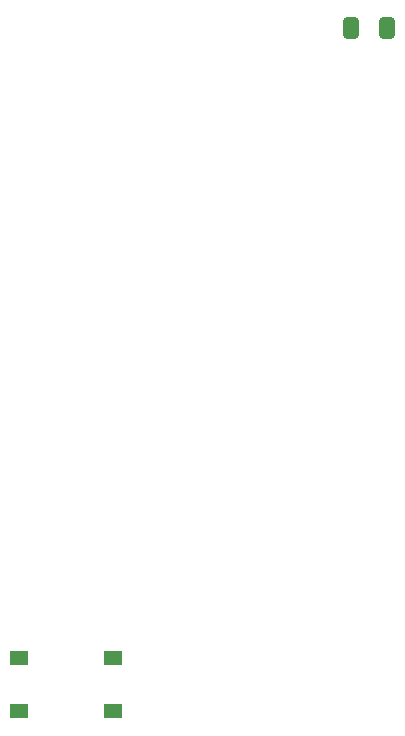
<source format=gbr>
%TF.GenerationSoftware,KiCad,Pcbnew,7.0.10*%
%TF.CreationDate,2025-11-30T18:16:03+01:00*%
%TF.ProjectId,open_thermostat,6f70656e-5f74-4686-9572-6d6f73746174,rev?*%
%TF.SameCoordinates,Original*%
%TF.FileFunction,Paste,Top*%
%TF.FilePolarity,Positive*%
%FSLAX46Y46*%
G04 Gerber Fmt 4.6, Leading zero omitted, Abs format (unit mm)*
G04 Created by KiCad (PCBNEW 7.0.10) date 2025-11-30 18:16:03*
%MOMM*%
%LPD*%
G01*
G04 APERTURE LIST*
G04 Aperture macros list*
%AMRoundRect*
0 Rectangle with rounded corners*
0 $1 Rounding radius*
0 $2 $3 $4 $5 $6 $7 $8 $9 X,Y pos of 4 corners*
0 Add a 4 corners polygon primitive as box body*
4,1,4,$2,$3,$4,$5,$6,$7,$8,$9,$2,$3,0*
0 Add four circle primitives for the rounded corners*
1,1,$1+$1,$2,$3*
1,1,$1+$1,$4,$5*
1,1,$1+$1,$6,$7*
1,1,$1+$1,$8,$9*
0 Add four rect primitives between the rounded corners*
20,1,$1+$1,$2,$3,$4,$5,0*
20,1,$1+$1,$4,$5,$6,$7,0*
20,1,$1+$1,$6,$7,$8,$9,0*
20,1,$1+$1,$8,$9,$2,$3,0*%
G04 Aperture macros list end*
%ADD10R,1.550000X1.300000*%
%ADD11RoundRect,0.250000X-0.412500X-0.650000X0.412500X-0.650000X0.412500X0.650000X-0.412500X0.650000X0*%
G04 APERTURE END LIST*
D10*
%TO.C,SW1*%
X96050000Y-117900000D03*
X104000000Y-117900000D03*
X96050000Y-122400000D03*
X104000000Y-122400000D03*
%TD*%
D11*
%TO.C,C1*%
X124137500Y-64600000D03*
X127262500Y-64600000D03*
%TD*%
M02*

</source>
